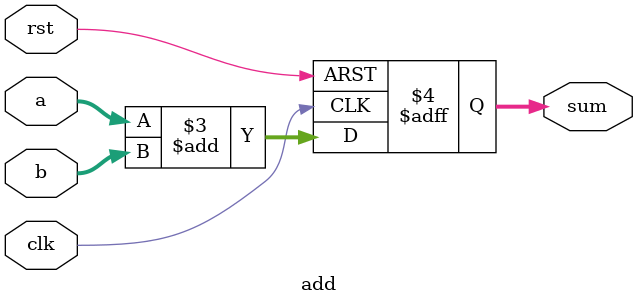
<source format=v>
`ifndef __ADDX
`define __ADDX

module add(clk, rst, a,b,sum);
    input clk, rst;
    input [7:0] a;
    input [7:0] b;
    output reg [7:0] sum;

    always @(posedge clk or negedge rst) begin
        if (rst == 1'b0) 
            sum <= 0;
        else 
            sum <= a + b;
    end
endmodule

`endif 

</source>
